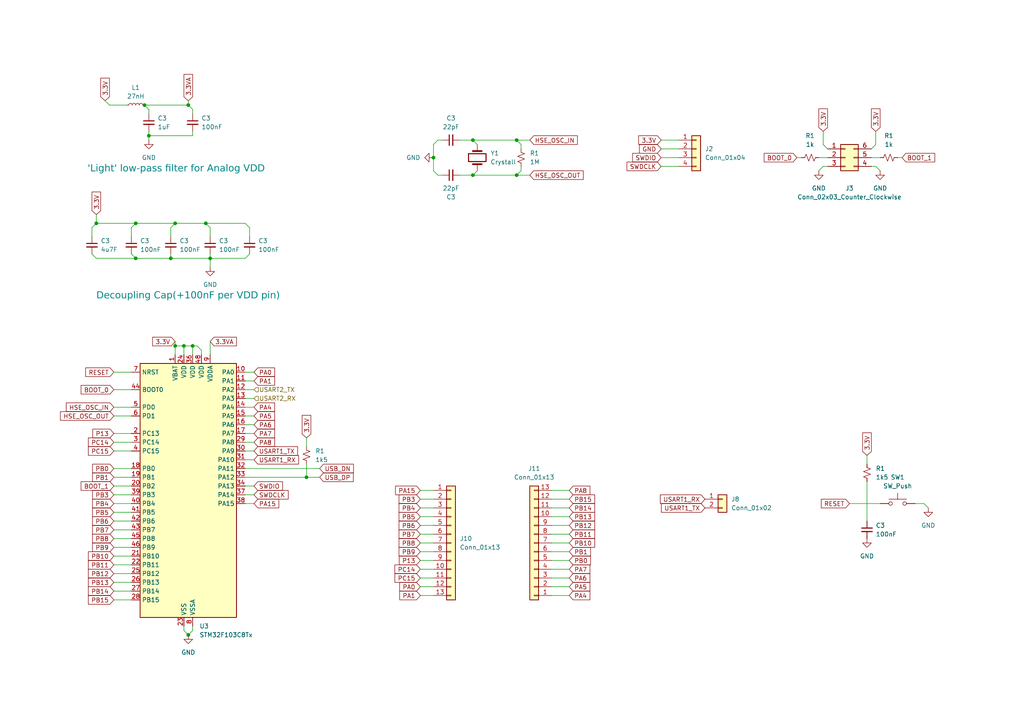
<source format=kicad_sch>
(kicad_sch (version 20230121) (generator eeschema)
  (paper "A4")
  (lib_symbols
    (symbol "Connector_Generic:Conn_01x02" (pin_names (offset 1.016) hide)
      (property "Reference" "J" (at 0 2.54 0))
      (property "Value" "Conn_01x02" (at 0 -5.08 0))
      (symbol "Conn_01x02_1_1"
        (rectangle (start -1.27 -2.413) (end 0 -2.667) (stroke (width 0.1524)))
        (rectangle (start -1.27 0.127) (end 0 -0.127) (stroke (width 0.1524)))
        (rectangle (start -1.27 1.27) (end 1.27 -3.81) (stroke (width 0.254)) (fill (type background)))
        (pin passive line (at -5.08 0 0) (length 3.81) (name "Pin_1") (number "1"))
        (pin passive line (at -5.08 -2.54 0) (length 3.81) (name "Pin_2") (number "2"))
      )
    )
    (symbol "Connector_Generic:Conn_01x04" (pin_names (offset 1.016) hide)
      (property "Reference" "J" (at 0 5.08 0))
      (property "Value" "Conn_01x04" (at 0 -7.62 0))
      (symbol "Conn_01x04_1_1"
        (rectangle (start -1.27 -4.953) (end 0 -5.207) (stroke (width 0.1524)))
        (rectangle (start -1.27 -2.413) (end 0 -2.667) (stroke (width 0.1524)))
        (rectangle (start -1.27 0.127) (end 0 -0.127) (stroke (width 0.1524)))
        (rectangle (start -1.27 2.667) (end 0 2.413) (stroke (width 0.1524)))
        (rectangle (start -1.27 3.81) (end 1.27 -6.35) (stroke (width 0.254)) (fill (type background)))
        (pin passive line (at -5.08 2.54 0) (length 3.81) (name "Pin_1") (number "1"))
        (pin passive line (at -5.08 0 0) (length 3.81) (name "Pin_2") (number "2"))
        (pin passive line (at -5.08 -2.54 0) (length 3.81) (name "Pin_3") (number "3"))
        (pin passive line (at -5.08 -5.08 0) (length 3.81) (name "Pin_4") (number "4"))
      )
    )
    (symbol "Connector_Generic:Conn_01x13" (pin_names (offset 1.016) hide)
      (property "Reference" "J" (at 0 17.78 0))
      (property "Value" "Conn_01x13" (at 0 -17.78 0))
      (symbol "Conn_01x13_1_1"
        (rectangle (start -1.27 -15.113) (end 0 -15.367) (stroke (width 0.1524)))
        (rectangle (start -1.27 -12.573) (end 0 -12.827) (stroke (width 0.1524)))
        (rectangle (start -1.27 -10.033) (end 0 -10.287) (stroke (width 0.1524)))
        (rectangle (start -1.27 -7.493) (end 0 -7.747) (stroke (width 0.1524)))
        (rectangle (start -1.27 -4.953) (end 0 -5.207) (stroke (width 0.1524)))
        (rectangle (start -1.27 -2.413) (end 0 -2.667) (stroke (width 0.1524)))
        (rectangle (start -1.27 0.127) (end 0 -0.127) (stroke (width 0.1524)))
        (rectangle (start -1.27 2.667) (end 0 2.413) (stroke (width 0.1524)))
        (rectangle (start -1.27 5.207) (end 0 4.953) (stroke (width 0.1524)))
        (rectangle (start -1.27 7.747) (end 0 7.493) (stroke (width 0.1524)))
        (rectangle (start -1.27 10.287) (end 0 10.033) (stroke (width 0.1524)))
        (rectangle (start -1.27 12.827) (end 0 12.573) (stroke (width 0.1524)))
        (rectangle (start -1.27 15.367) (end 0 15.113) (stroke (width 0.1524)))
        (rectangle (start -1.27 16.51) (end 1.27 -16.51) (stroke (width 0.254)) (fill (type background)))
        (pin passive line (at -5.08 15.24 0) (length 3.81) (name "Pin_1") (number "1"))
        (pin passive line (at -5.08 -7.62 0) (length 3.81) (name "Pin_10") (number "10"))
        (pin passive line (at -5.08 -10.16 0) (length 3.81) (name "Pin_11") (number "11"))
        (pin passive line (at -5.08 -12.7 0) (length 3.81) (name "Pin_12") (number "12"))
        (pin passive line (at -5.08 -15.24 0) (length 3.81) (name "Pin_13") (number "13"))
        (pin passive line (at -5.08 12.7 0) (length 3.81) (name "Pin_2") (number "2"))
        (pin passive line (at -5.08 10.16 0) (length 3.81) (name "Pin_3") (number "3"))
        (pin passive line (at -5.08 7.62 0) (length 3.81) (name "Pin_4") (number "4"))
        (pin passive line (at -5.08 5.08 0) (length 3.81) (name "Pin_5") (number "5"))
        (pin passive line (at -5.08 2.54 0) (length 3.81) (name "Pin_6") (number "6"))
        (pin passive line (at -5.08 0 0) (length 3.81) (name "Pin_7") (number "7"))
        (pin passive line (at -5.08 -2.54 0) (length 3.81) (name "Pin_8") (number "8"))
        (pin passive line (at -5.08 -5.08 0) (length 3.81) (name "Pin_9") (number "9"))
      )
    )
    (symbol "Connector_Generic:Conn_02x03_Counter_Clockwise" (pin_names (offset 1.016) hide)
      (property "Reference" "J" (at 1.27 5.08 0))
      (property "Value" "Conn_02x03_Counter_Clockwise" (at 1.27 -5.08 0))
      (symbol "Conn_02x03_Counter_Clockwise_1_1"
        (rectangle (start -1.27 -2.413) (end 0 -2.667) (stroke (width 0.1524)))
        (rectangle (start -1.27 0.127) (end 0 -0.127) (stroke (width 0.1524)))
        (rectangle (start -1.27 2.667) (end 0 2.413) (stroke (width 0.1524)))
        (rectangle (start -1.27 3.81) (end 3.81 -3.81) (stroke (width 0.254)) (fill (type background)))
        (rectangle (start 3.81 -2.413) (end 2.54 -2.667) (stroke (width 0.1524)))
        (rectangle (start 3.81 0.127) (end 2.54 -0.127) (stroke (width 0.1524)))
        (rectangle (start 3.81 2.667) (end 2.54 2.413) (stroke (width 0.1524)))
        (pin passive line (at -5.08 2.54 0) (length 3.81) (name "Pin_1") (number "1"))
        (pin passive line (at -5.08 0 0) (length 3.81) (name "Pin_2") (number "2"))
        (pin passive line (at -5.08 -2.54 0) (length 3.81) (name "Pin_3") (number "3"))
        (pin passive line (at 7.62 -2.54 180) (length 3.81) (name "Pin_4") (number "4"))
        (pin passive line (at 7.62 0 180) (length 3.81) (name "Pin_5") (number "5"))
        (pin passive line (at 7.62 2.54 180) (length 3.81) (name "Pin_6") (number "6"))
      )
    )
    (symbol "Device:C_Small" (pin_numbers hide) (pin_names (offset 0.254) hide)
      (property "Reference" "C" (at 0.254 1.778 0))
      (property "Value" "C_Small" (at 0.254 -2.032 0))
      (symbol "C_Small_0_1"
        (polyline (pts (xy -1.524 -0.508) (xy 1.524 -0.508)) (stroke (width 0.3302)))
        (polyline (pts (xy -1.524 0.508) (xy 1.524 0.508)) (stroke (width 0.3048)))
      )
      (symbol "C_Small_1_1"
        (pin passive line (at 0 2.54 270) (length 2.032) (name "~") (number "1"))
        (pin passive line (at 0 -2.54 90) (length 2.032) (name "~") (number "2"))
      )
    )
    (symbol "Device:Crystal" (pin_numbers hide) (pin_names (offset 1.016) hide)
      (property "Reference" "Y" (at 0 3.81 0))
      (property "Value" "Crystal" (at 0 -3.81 0))
      (symbol "Crystal_0_1"
        (rectangle (start -1.143 2.54) (end 1.143 -2.54) (stroke (width 0.3048)))
        (polyline (pts (xy -2.54 0) (xy -1.905 0)))
        (polyline (pts (xy -1.905 -1.27) (xy -1.905 1.27)) (stroke (width 0.508)))
        (polyline (pts (xy 1.905 -1.27) (xy 1.905 1.27)) (stroke (width 0.508)))
        (polyline (pts (xy 2.54 0) (xy 1.905 0)))
      )
      (symbol "Crystal_1_1"
        (pin passive line (at -3.81 0 0) (length 1.27) (name "1") (number "1"))
        (pin passive line (at 3.81 0 180) (length 1.27) (name "2") (number "2"))
      )
    )
    (symbol "Device:L_Small" (pin_numbers hide) (pin_names (offset 0.254) hide)
      (property "Reference" "L" (at 0.762 1.016 0))
      (property "Value" "L_Small" (at 0.762 -1.016 0))
      (symbol "L_Small_0_1"
        (arc (start 0 -2.032) (mid 0.5058 -1.524) (end 0 -1.016))
        (arc (start 0 -1.016) (mid 0.5058 -0.508) (end 0 0))
        (arc (start 0 0) (mid 0.5058 0.508) (end 0 1.016))
        (arc (start 0 1.016) (mid 0.5058 1.524) (end 0 2.032))
      )
      (symbol "L_Small_1_1"
        (pin passive line (at 0 2.54 270) (length 0.508) (name "~") (number "1"))
        (pin passive line (at 0 -2.54 90) (length 0.508) (name "~") (number "2"))
      )
    )
    (symbol "Device:R_Small_US" (pin_numbers hide) (pin_names (offset 0.254) hide)
      (property "Reference" "R" (at 0.762 0.508 0))
      (property "Value" "R_Small_US" (at 0.762 -1.016 0))
      (symbol "R_Small_US_1_1"
        (polyline (pts (xy 0 0) (xy 1.016 -0.381) (xy 0 -0.762) (xy -1.016 -1.143) (xy 0 -1.524)))
        (polyline (pts (xy 0 1.524) (xy 1.016 1.143) (xy 0 0.762) (xy -1.016 0.381) (xy 0 0)))
        (pin passive line (at 0 2.54 270) (length 1.016) (name "~") (number "1"))
        (pin passive line (at 0 -2.54 90) (length 1.016) (name "~") (number "2"))
      )
    )
    (symbol "MCU_ST_STM32F1:STM32F103C8Tx"
      (property "Reference" "U" (at -12.7 39.37 0))
      (property "Value" "STM32F103C8Tx" (at 10.16 39.37 0))
      (symbol "STM32F103C8Tx_0_1"
        (rectangle (start -12.7 -35.56) (end 15.24 38.1) (stroke (width 0.254)) (fill (type background)))
      )
      (symbol "STM32F103C8Tx_1_1"
        (pin power_in line (at -2.54 40.64 270) (length 2.54) (name "VBAT") (number "1"))
        (pin bidirectional line (at 17.78 35.56 180) (length 2.54) (name "PA0") (number "10"))
        (pin bidirectional line (at 17.78 33.02 180) (length 2.54) (name "PA1") (number "11"))
        (pin bidirectional line (at 17.78 30.48 180) (length 2.54) (name "PA2") (number "12"))
        (pin bidirectional line (at 17.78 27.94 180) (length 2.54) (name "PA3") (number "13"))
        (pin bidirectional line (at 17.78 25.4 180) (length 2.54) (name "PA4") (number "14"))
        (pin bidirectional line (at 17.78 22.86 180) (length 2.54) (name "PA5") (number "15"))
        (pin bidirectional line (at 17.78 20.32 180) (length 2.54) (name "PA6") (number "16"))
        (pin bidirectional line (at 17.78 17.78 180) (length 2.54) (name "PA7") (number "17"))
        (pin bidirectional line (at -15.24 7.62 0) (length 2.54) (name "PB0") (number "18"))
        (pin bidirectional line (at -15.24 5.08 0) (length 2.54) (name "PB1") (number "19"))
        (pin bidirectional line (at -15.24 17.78 0) (length 2.54) (name "PC13") (number "2"))
        (pin bidirectional line (at -15.24 2.54 0) (length 2.54) (name "PB2") (number "20"))
        (pin bidirectional line (at -15.24 -17.78 0) (length 2.54) (name "PB10") (number "21"))
        (pin bidirectional line (at -15.24 -20.32 0) (length 2.54) (name "PB11") (number "22"))
        (pin power_in line (at 0 -38.1 90) (length 2.54) (name "VSS") (number "23"))
        (pin power_in line (at 0 40.64 270) (length 2.54) (name "VDD") (number "24"))
        (pin bidirectional line (at -15.24 -22.86 0) (length 2.54) (name "PB12") (number "25"))
        (pin bidirectional line (at -15.24 -25.4 0) (length 2.54) (name "PB13") (number "26"))
        (pin bidirectional line (at -15.24 -27.94 0) (length 2.54) (name "PB14") (number "27"))
        (pin bidirectional line (at -15.24 -30.48 0) (length 2.54) (name "PB15") (number "28"))
        (pin bidirectional line (at 17.78 15.24 180) (length 2.54) (name "PA8") (number "29"))
        (pin bidirectional line (at -15.24 15.24 0) (length 2.54) (name "PC14") (number "3"))
        (pin bidirectional line (at 17.78 12.7 180) (length 2.54) (name "PA9") (number "30"))
        (pin bidirectional line (at 17.78 10.16 180) (length 2.54) (name "PA10") (number "31"))
        (pin bidirectional line (at 17.78 7.62 180) (length 2.54) (name "PA11") (number "32"))
        (pin bidirectional line (at 17.78 5.08 180) (length 2.54) (name "PA12") (number "33"))
        (pin bidirectional line (at 17.78 2.54 180) (length 2.54) (name "PA13") (number "34"))
        (pin passive line (at 0 -38.1 90) (length 2.54) hide (name "VSS") (number "35"))
        (pin power_in line (at 2.54 40.64 270) (length 2.54) (name "VDD") (number "36"))
        (pin bidirectional line (at 17.78 0 180) (length 2.54) (name "PA14") (number "37"))
        (pin bidirectional line (at 17.78 -2.54 180) (length 2.54) (name "PA15") (number "38"))
        (pin bidirectional line (at -15.24 0 0) (length 2.54) (name "PB3") (number "39"))
        (pin bidirectional line (at -15.24 12.7 0) (length 2.54) (name "PC15") (number "4"))
        (pin bidirectional line (at -15.24 -2.54 0) (length 2.54) (name "PB4") (number "40"))
        (pin bidirectional line (at -15.24 -5.08 0) (length 2.54) (name "PB5") (number "41"))
        (pin bidirectional line (at -15.24 -7.62 0) (length 2.54) (name "PB6") (number "42"))
        (pin bidirectional line (at -15.24 -10.16 0) (length 2.54) (name "PB7") (number "43"))
        (pin input line (at -15.24 30.48 0) (length 2.54) (name "BOOT0") (number "44"))
        (pin bidirectional line (at -15.24 -12.7 0) (length 2.54) (name "PB8") (number "45"))
        (pin bidirectional line (at -15.24 -15.24 0) (length 2.54) (name "PB9") (number "46"))
        (pin passive line (at 0 -38.1 90) (length 2.54) hide (name "VSS") (number "47"))
        (pin power_in line (at 5.08 40.64 270) (length 2.54) (name "VDD") (number "48"))
        (pin bidirectional line (at -15.24 25.4 0) (length 2.54) (name "PD0") (number "5"))
        (pin bidirectional line (at -15.24 22.86 0) (length 2.54) (name "PD1") (number "6"))
        (pin input line (at -15.24 35.56 0) (length 2.54) (name "NRST") (number "7"))
        (pin power_in line (at 2.54 -38.1 90) (length 2.54) (name "VSSA") (number "8"))
        (pin power_in line (at 7.62 40.64 270) (length 2.54) (name "VDDA") (number "9"))
      )
    )
    (symbol "Switch:SW_Push" (pin_numbers hide) (pin_names (offset 1.016) hide)
      (property "Reference" "SW" (at 1.27 2.54 0))
      (property "Value" "SW_Push" (at 0 -1.524 0))
      (symbol "SW_Push_0_1"
        (circle (center -2.032 0) (radius 0.508))
        (polyline (pts (xy 0 1.27) (xy 0 3.048)))
        (polyline (pts (xy 2.54 1.27) (xy -2.54 1.27)))
        (circle (center 2.032 0) (radius 0.508))
        (pin passive line (at -5.08 0 0) (length 2.54) (name "1") (number "1"))
        (pin passive line (at 5.08 0 180) (length 2.54) (name "2") (number "2"))
      )
    )
    (symbol "power:GND" (power) (pin_names (offset 0))
      (property "Value" "GND" (at 0 -3.81 0))
      (symbol "GND_0_1"
        (polyline (pts (xy 0 0) (xy 0 -1.27) (xy 1.27 -1.27) (xy 0 -2.54) (xy -1.27 -1.27) (xy 0 -1.27)))
      )
      (symbol "GND_1_1"
        (pin power_in line (at 0 0 270) (length 0) hide (name "GND") (number "1"))
      )
    )
  )
  (junction (at 149.86 50.8))
  (junction (at 39.37 64.77))
  (junction (at 149.86 40.64))
  (junction (at 59.69 64.77))
  (junction (at 50.8 64.77))
  (junction (at 50.8 100.33))
  (junction (at 27.94 64.77))
  (junction (at 55.88 100.33))
  (junction (at 49.53 74.93))
  (junction (at 88.9 138.43))
  (junction (at 39.37 74.93))
  (junction (at 43.18 39.37))
  (junction (at 137.16 40.64))
  (junction (at 53.34 100.33))
  (junction (at 41.91 30.48))
  (junction (at 60.96 74.93))
  (junction (at 54.61 30.48))
  (junction (at 137.16 50.8))
  (junction (at 54.61 184.15))
  (junction (at 125.73 45.72))
  (wire (pts (xy 160.02 167.64) (xy 165.1 167.64)))
  (wire (pts (xy 121.92 144.78) (xy 125.73 144.78)))
  (wire (pts (xy 121.92 172.72) (xy 125.73 172.72)))
  (wire (pts (xy 251.46 132.08) (xy 251.46 134.62)))
  (wire (pts (xy 30.48 29.21) (xy 31.75 30.48)))
  (wire (pts (xy 149.86 50.8) (xy 151.13 49.53)))
  (wire (pts (xy 138.43 41.91) (xy 137.16 40.64)))
  (wire (pts (xy 121.92 170.18) (xy 125.73 170.18)))
  (wire (pts (xy 121.92 162.56) (xy 125.73 162.56)))
  (wire (pts (xy 49.53 66.04) (xy 50.8 64.77)))
  (wire (pts (xy 33.02 148.59) (xy 38.1 148.59)))
  (wire (pts (xy 55.88 100.33) (xy 55.88 102.87)))
  (wire (pts (xy 160.02 144.78) (xy 165.1 144.78)))
  (wire (pts (xy 39.37 74.93) (xy 49.53 74.93)))
  (wire (pts (xy 53.34 100.33) (xy 53.34 102.87)))
  (wire (pts (xy 43.18 39.37) (xy 55.88 39.37)))
  (wire (pts (xy 160.02 154.94) (xy 165.1 154.94)))
  (wire (pts (xy 33.02 163.83) (xy 38.1 163.83)))
  (wire (pts (xy 252.73 45.72) (xy 255.27 45.72)))
  (wire (pts (xy 137.16 40.64) (xy 149.86 40.64)))
  (wire (pts (xy 50.8 100.33) (xy 53.34 100.33)))
  (wire (pts (xy 55.88 31.75) (xy 55.88 33.02)))
  (wire (pts (xy 133.35 40.64) (xy 137.16 40.64)))
  (wire (pts (xy 160.02 152.4) (xy 165.1 152.4)))
  (wire (pts (xy 33.02 153.67) (xy 38.1 153.67)))
  (wire (pts (xy 60.96 74.93) (xy 71.12 74.93)))
  (wire (pts (xy 88.9 127) (xy 88.9 129.54)))
  (wire (pts (xy 71.12 120.65) (xy 73.66 120.65)))
  (wire (pts (xy 71.12 110.49) (xy 73.66 110.49)))
  (wire (pts (xy 33.02 113.03) (xy 38.1 113.03)))
  (wire (pts (xy 251.46 139.7) (xy 251.46 151.13)))
  (wire (pts (xy 26.67 66.04) (xy 27.94 64.77)))
  (wire (pts (xy 151.13 41.91) (xy 151.13 43.18)))
  (wire (pts (xy 33.02 135.89) (xy 38.1 135.89)))
  (wire (pts (xy 38.1 66.04) (xy 39.37 64.77)))
  (wire (pts (xy 160.02 170.18) (xy 165.1 170.18)))
  (wire (pts (xy 33.02 140.97) (xy 38.1 140.97)))
  (wire (pts (xy 71.12 140.97) (xy 73.66 140.97)))
  (wire (pts (xy 54.61 29.21) (xy 54.61 30.48)))
  (wire (pts (xy 33.02 171.45) (xy 38.1 171.45)))
  (wire (pts (xy 125.73 45.72) (xy 125.73 49.53)))
  (wire (pts (xy 127 50.8) (xy 128.27 50.8)))
  (wire (pts (xy 71.12 107.95) (xy 73.66 107.95)))
  (wire (pts (xy 49.53 74.93) (xy 60.96 74.93)))
  (wire (pts (xy 88.9 138.43) (xy 92.71 138.43)))
  (wire (pts (xy 53.34 182.88) (xy 54.61 184.15)))
  (wire (pts (xy 58.42 101.6) (xy 57.15 100.33)))
  (wire (pts (xy 27.94 64.77) (xy 39.37 64.77)))
  (wire (pts (xy 58.42 101.6) (xy 58.42 102.87)))
  (wire (pts (xy 72.39 66.04) (xy 72.39 68.58)))
  (wire (pts (xy 71.12 115.57) (xy 73.66 115.57)))
  (wire (pts (xy 71.12 118.11) (xy 73.66 118.11)))
  (wire (pts (xy 38.1 66.04) (xy 38.1 68.58)))
  (wire (pts (xy 41.91 30.48) (xy 43.18 31.75)))
  (wire (pts (xy 238.76 48.26) (xy 240.03 48.26)))
  (wire (pts (xy 60.96 99.06) (xy 60.96 102.87)))
  (wire (pts (xy 252.73 48.26) (xy 254 48.26)))
  (wire (pts (xy 49.53 68.58) (xy 49.53 66.04)))
  (wire (pts (xy 43.18 39.37) (xy 43.18 40.64)))
  (wire (pts (xy 149.86 40.64) (xy 151.13 41.91)))
  (wire (pts (xy 133.35 50.8) (xy 137.16 50.8)))
  (wire (pts (xy 33.02 158.75) (xy 38.1 158.75)))
  (wire (pts (xy 121.92 157.48) (xy 125.73 157.48)))
  (wire (pts (xy 231.14 45.72) (xy 232.41 45.72)))
  (wire (pts (xy 60.96 74.93) (xy 60.96 77.47)))
  (wire (pts (xy 50.8 99.06) (xy 50.8 100.33)))
  (wire (pts (xy 60.96 68.58) (xy 60.96 66.04)))
  (wire (pts (xy 71.12 64.77) (xy 72.39 66.04)))
  (wire (pts (xy 246.38 146.05) (xy 255.27 146.05)))
  (wire (pts (xy 153.67 50.8) (xy 149.86 50.8)))
  (wire (pts (xy 33.02 118.11) (xy 38.1 118.11)))
  (wire (pts (xy 33.02 107.95) (xy 38.1 107.95)))
  (wire (pts (xy 33.02 156.21) (xy 38.1 156.21)))
  (wire (pts (xy 238.76 48.26) (xy 237.49 49.53)))
  (wire (pts (xy 71.12 143.51) (xy 73.66 143.51)))
  (wire (pts (xy 71.12 123.19) (xy 73.66 123.19)))
  (wire (pts (xy 254 41.91) (xy 252.73 43.18)))
  (wire (pts (xy 254 48.26) (xy 255.27 49.53)))
  (wire (pts (xy 191.77 43.18) (xy 196.85 43.18)))
  (wire (pts (xy 160.02 160.02) (xy 165.1 160.02)))
  (wire (pts (xy 127 40.64) (xy 125.73 41.91)))
  (wire (pts (xy 261.62 45.72) (xy 260.35 45.72)))
  (wire (pts (xy 71.12 125.73) (xy 73.66 125.73)))
  (wire (pts (xy 41.91 30.48) (xy 54.61 30.48)))
  (wire (pts (xy 160.02 157.48) (xy 165.1 157.48)))
  (wire (pts (xy 137.16 50.8) (xy 149.86 50.8)))
  (wire (pts (xy 71.12 146.05) (xy 73.66 146.05)))
  (wire (pts (xy 191.77 45.72) (xy 196.85 45.72)))
  (wire (pts (xy 60.96 66.04) (xy 59.69 64.77)))
  (wire (pts (xy 125.73 41.91) (xy 125.73 45.72)))
  (wire (pts (xy 160.02 172.72) (xy 165.1 172.72)))
  (wire (pts (xy 121.92 154.94) (xy 125.73 154.94)))
  (wire (pts (xy 33.02 138.43) (xy 38.1 138.43)))
  (wire (pts (xy 121.92 167.64) (xy 125.73 167.64)))
  (wire (pts (xy 33.02 130.81) (xy 38.1 130.81)))
  (wire (pts (xy 71.12 113.03) (xy 73.66 113.03)))
  (wire (pts (xy 238.76 41.91) (xy 240.03 43.18)))
  (wire (pts (xy 33.02 173.99) (xy 38.1 173.99)))
  (wire (pts (xy 237.49 45.72) (xy 240.03 45.72)))
  (wire (pts (xy 267.97 146.05) (xy 269.24 147.32)))
  (wire (pts (xy 71.12 130.81) (xy 73.66 130.81)))
  (wire (pts (xy 33.02 128.27) (xy 38.1 128.27)))
  (wire (pts (xy 254 38.1) (xy 254 41.91)))
  (wire (pts (xy 160.02 165.1) (xy 165.1 165.1)))
  (wire (pts (xy 121.92 147.32) (xy 125.73 147.32)))
  (wire (pts (xy 191.77 40.64) (xy 196.85 40.64)))
  (wire (pts (xy 125.73 49.53) (xy 127 50.8)))
  (wire (pts (xy 55.88 38.1) (xy 55.88 39.37)))
  (wire (pts (xy 121.92 165.1) (xy 125.73 165.1)))
  (wire (pts (xy 238.76 38.1) (xy 238.76 41.91)))
  (wire (pts (xy 151.13 48.26) (xy 151.13 49.53)))
  (wire (pts (xy 43.18 38.1) (xy 43.18 39.37)))
  (wire (pts (xy 160.02 147.32) (xy 165.1 147.32)))
  (wire (pts (xy 71.12 133.35) (xy 73.66 133.35)))
  (wire (pts (xy 33.02 168.91) (xy 38.1 168.91)))
  (wire (pts (xy 55.88 181.61) (xy 55.88 182.88)))
  (wire (pts (xy 43.18 31.75) (xy 43.18 33.02)))
  (wire (pts (xy 138.43 49.53) (xy 137.16 50.8)))
  (wire (pts (xy 50.8 100.33) (xy 50.8 102.87)))
  (wire (pts (xy 33.02 146.05) (xy 38.1 146.05)))
  (wire (pts (xy 38.1 73.66) (xy 39.37 74.93)))
  (wire (pts (xy 191.77 48.26) (xy 196.85 48.26)))
  (wire (pts (xy 27.94 62.23) (xy 27.94 64.77)))
  (wire (pts (xy 60.96 73.66) (xy 60.96 74.93)))
  (wire (pts (xy 71.12 74.93) (xy 72.39 73.66)))
  (wire (pts (xy 121.92 160.02) (xy 125.73 160.02)))
  (wire (pts (xy 54.61 30.48) (xy 55.88 31.75)))
  (wire (pts (xy 121.92 149.86) (xy 125.73 149.86)))
  (wire (pts (xy 160.02 162.56) (xy 165.1 162.56)))
  (wire (pts (xy 59.69 64.77) (xy 71.12 64.77)))
  (wire (pts (xy 88.9 134.62) (xy 88.9 138.43)))
  (wire (pts (xy 265.43 146.05) (xy 267.97 146.05)))
  (wire (pts (xy 121.92 142.24) (xy 125.73 142.24)))
  (wire (pts (xy 39.37 64.77) (xy 50.8 64.77)))
  (wire (pts (xy 26.67 66.04) (xy 26.67 68.58)))
  (wire (pts (xy 160.02 142.24) (xy 165.1 142.24)))
  (wire (pts (xy 55.88 100.33) (xy 57.15 100.33)))
  (wire (pts (xy 71.12 138.43) (xy 88.9 138.43)))
  (wire (pts (xy 33.02 125.73) (xy 38.1 125.73)))
  (wire (pts (xy 128.27 40.64) (xy 127 40.64)))
  (wire (pts (xy 49.53 73.66) (xy 49.53 74.93)))
  (wire (pts (xy 26.67 73.66) (xy 27.94 74.93)))
  (wire (pts (xy 33.02 151.13) (xy 38.1 151.13)))
  (wire (pts (xy 33.02 143.51) (xy 38.1 143.51)))
  (wire (pts (xy 53.34 100.33) (xy 55.88 100.33)))
  (wire (pts (xy 71.12 128.27) (xy 73.66 128.27)))
  (wire (pts (xy 33.02 120.65) (xy 38.1 120.65)))
  (wire (pts (xy 27.94 74.93) (xy 39.37 74.93)))
  (wire (pts (xy 121.92 152.4) (xy 125.73 152.4)))
  (wire (pts (xy 160.02 149.86) (xy 165.1 149.86)))
  (wire (pts (xy 55.88 182.88) (xy 54.61 184.15)))
  (wire (pts (xy 153.67 40.64) (xy 149.86 40.64)))
  (wire (pts (xy 71.12 135.89) (xy 92.71 135.89)))
  (wire (pts (xy 53.34 181.61) (xy 53.34 182.88)))
  (wire (pts (xy 50.8 64.77) (xy 59.69 64.77)))
  (wire (pts (xy 33.02 166.37) (xy 38.1 166.37)))
  (wire (pts (xy 33.02 161.29) (xy 38.1 161.29)))
  (wire (pts (xy 31.75 30.48) (xy 36.83 30.48)))
  (text "Decoupling Cap(+100nF per VDD pin)\n" (at 27.94 87.63 0) (effects (font (size 2 2)) (justify left bottom)))
  (text "'Light' low-pass filter for Analog VDD" (at 25.4 50.8 0) (effects (font (size 2 2)) (justify left bottom)))
  (global_label "PB11" (shape input) (at 33.02 163.83 180) (property "Intersheetrefs" "${INTERSHEET_REFS}" (effects hide)))
  (global_label "PB13" (shape input) (at 33.02 168.91 180) (property "Intersheetrefs" "${INTERSHEET_REFS}" (effects hide)))
  (global_label "HSE_OSC_IN" (shape input) (at 153.67 40.64 0) (property "Intersheetrefs" "${INTERSHEET_REFS}" (effects hide)))
  (global_label "PB7" (shape input) (at 33.02 153.67 180) (property "Intersheetrefs" "${INTERSHEET_REFS}" (effects hide)))
  (global_label "PA7" (shape input) (at 165.1 165.1 0) (property "Intersheetrefs" "${INTERSHEET_REFS}" (effects hide)))
  (global_label "PB1" (shape input) (at 165.1 160.02 0) (property "Intersheetrefs" "${INTERSHEET_REFS}" (effects hide)))
  (global_label "3.3V" (shape input) (at 88.9 127 90) (property "Intersheetrefs" "${INTERSHEET_REFS}" (effects hide)))
  (global_label "RESET" (shape input) (at 33.02 107.95 180) (property "Intersheetrefs" "${INTERSHEET_REFS}" (effects hide)))
  (global_label "PB15" (shape input) (at 33.02 173.99 180) (property "Intersheetrefs" "${INTERSHEET_REFS}" (effects hide)))
  (global_label "3.3V" (shape input) (at 50.8 99.06 180) (property "Intersheetrefs" "${INTERSHEET_REFS}" (effects hide)))
  (global_label "RESET" (shape input) (at 246.38 146.05 180) (property "Intersheetrefs" "${INTERSHEET_REFS}" (effects hide)))
  (global_label "SWDCLK" (shape input) (at 191.77 48.26 180) (property "Intersheetrefs" "${INTERSHEET_REFS}" (effects hide)))
  (global_label "BOOT_0" (shape input) (at 231.14 45.72 180) (property "Intersheetrefs" "${INTERSHEET_REFS}" (effects hide)))
  (global_label "PB14" (shape input) (at 165.1 147.32 0) (property "Intersheetrefs" "${INTERSHEET_REFS}" (effects hide)))
  (global_label "PB0" (shape input) (at 165.1 162.56 0) (property "Intersheetrefs" "${INTERSHEET_REFS}" (effects hide)))
  (global_label "PA0" (shape input) (at 73.66 107.95 0) (property "Intersheetrefs" "${INTERSHEET_REFS}" (effects hide)))
  (global_label "USART1_TX" (shape input) (at 73.66 130.81 0) (property "Intersheetrefs" "${INTERSHEET_REFS}" (effects hide)))
  (global_label "3.3V" (shape input) (at 27.94 62.23 90) (property "Intersheetrefs" "${INTERSHEET_REFS}" (effects hide)))
  (global_label "PB13" (shape input) (at 165.1 149.86 0) (property "Intersheetrefs" "${INTERSHEET_REFS}" (effects hide)))
  (global_label "SWDCLK" (shape input) (at 73.66 143.51 0) (property "Intersheetrefs" "${INTERSHEET_REFS}" (effects hide)))
  (global_label "PB5" (shape input) (at 33.02 148.59 180) (property "Intersheetrefs" "${INTERSHEET_REFS}" (effects hide)))
  (global_label "PA4" (shape input) (at 165.1 172.72 0) (property "Intersheetrefs" "${INTERSHEET_REFS}" (effects hide)))
  (global_label "PC14" (shape input) (at 121.92 165.1 180) (property "Intersheetrefs" "${INTERSHEET_REFS}" (effects hide)))
  (global_label "PA8" (shape input) (at 165.1 142.24 0) (property "Intersheetrefs" "${INTERSHEET_REFS}" (effects hide)))
  (global_label "3.3V" (shape input) (at 254 38.1 90) (property "Intersheetrefs" "${INTERSHEET_REFS}" (effects hide)))
  (global_label "PB5" (shape input) (at 121.92 149.86 180) (property "Intersheetrefs" "${INTERSHEET_REFS}" (effects hide)))
  (global_label "PA0" (shape input) (at 121.92 170.18 180) (property "Intersheetrefs" "${INTERSHEET_REFS}" (effects hide)))
  (global_label "PB4" (shape input) (at 121.92 147.32 180) (property "Intersheetrefs" "${INTERSHEET_REFS}" (effects hide)))
  (global_label "GND" (shape input) (at 191.77 43.18 180) (property "Intersheetrefs" "${INTERSHEET_REFS}" (effects hide)))
  (global_label "PA1" (shape input) (at 121.92 172.72 180) (property "Intersheetrefs" "${INTERSHEET_REFS}" (effects hide)))
  (global_label "PC14" (shape input) (at 33.02 128.27 180) (property "Intersheetrefs" "${INTERSHEET_REFS}" (effects hide)))
  (global_label "PA6" (shape input) (at 165.1 167.64 0) (property "Intersheetrefs" "${INTERSHEET_REFS}" (effects hide)))
  (global_label "PC15" (shape input) (at 121.92 167.64 180) (property "Intersheetrefs" "${INTERSHEET_REFS}" (effects hide)))
  (global_label "PB0" (shape input) (at 33.02 135.89 180) (property "Intersheetrefs" "${INTERSHEET_REFS}" (effects hide)))
  (global_label "PA15" (shape input) (at 73.66 146.05 0) (property "Intersheetrefs" "${INTERSHEET_REFS}" (effects hide)))
  (global_label "PB8" (shape input) (at 121.92 157.48 180) (property "Intersheetrefs" "${INTERSHEET_REFS}" (effects hide)))
  (global_label "PB3" (shape input) (at 121.92 144.78 180) (property "Intersheetrefs" "${INTERSHEET_REFS}" (effects hide)))
  (global_label "P13" (shape input) (at 33.02 125.73 180) (property "Intersheetrefs" "${INTERSHEET_REFS}" (effects hide)))
  (global_label "PB9" (shape input) (at 121.92 160.02 180) (property "Intersheetrefs" "${INTERSHEET_REFS}" (effects hide)))
  (global_label "PA1" (shape input) (at 73.66 110.49 0) (property "Intersheetrefs" "${INTERSHEET_REFS}" (effects hide)))
  (global_label "PA6" (shape input) (at 73.66 123.19 0) (property "Intersheetrefs" "${INTERSHEET_REFS}" (effects hide)))
  (global_label "3.3VA" (shape input) (at 54.61 29.21 90) (property "Intersheetrefs" "${INTERSHEET_REFS}" (effects hide)))
  (global_label "PB8" (shape input) (at 33.02 156.21 180) (property "Intersheetrefs" "${INTERSHEET_REFS}" (effects hide)))
  (global_label "PB10" (shape input) (at 33.02 161.29 180) (property "Intersheetrefs" "${INTERSHEET_REFS}" (effects hide)))
  (global_label "HSE_OSC_IN" (shape input) (at 33.02 118.11 180) (property "Intersheetrefs" "${INTERSHEET_REFS}" (effects hide)))
  (global_label "PB1" (shape input) (at 33.02 138.43 180) (property "Intersheetrefs" "${INTERSHEET_REFS}" (effects hide)))
  (global_label "BOOT_1" (shape input) (at 33.02 140.97 180) (property "Intersheetrefs" "${INTERSHEET_REFS}" (effects hide)))
  (global_label "PA7" (shape input) (at 73.66 125.73 0) (property "Intersheetrefs" "${INTERSHEET_REFS}" (effects hide)))
  (global_label "PB11" (shape input) (at 165.1 154.94 0) (property "Intersheetrefs" "${INTERSHEET_REFS}" (effects hide)))
  (global_label "USART1_RX" (shape input) (at 73.66 133.35 0) (property "Intersheetrefs" "${INTERSHEET_REFS}" (effects hide)))
  (global_label "PB6" (shape input) (at 121.92 152.4 180) (property "Intersheetrefs" "${INTERSHEET_REFS}" (effects hide)))
  (global_label "PB4" (shape input) (at 33.02 146.05 180) (property "Intersheetrefs" "${INTERSHEET_REFS}" (effects hide)))
  (global_label "3.3V" (shape input) (at 191.77 40.64 180) (property "Intersheetrefs" "${INTERSHEET_REFS}" (effects hide)))
  (global_label "BOOT_1" (shape input) (at 261.62 45.72 0) (property "Intersheetrefs" "${INTERSHEET_REFS}" (effects hide)))
  (global_label "PB10" (shape input) (at 165.1 157.48 0) (property "Intersheetrefs" "${INTERSHEET_REFS}" (effects hide)))
  (global_label "HSE_OSC_OUT" (shape input) (at 153.67 50.8 0) (property "Intersheetrefs" "${INTERSHEET_REFS}" (effects hide)))
  (global_label "USB_DN" (shape input) (at 92.71 135.89 0) (property "Intersheetrefs" "${INTERSHEET_REFS}" (effects hide)))
  (global_label "3.3V" (shape input) (at 30.48 29.21 90) (property "Intersheetrefs" "${INTERSHEET_REFS}" (effects hide)))
  (global_label "PB7" (shape input) (at 121.92 154.94 180) (property "Intersheetrefs" "${INTERSHEET_REFS}" (effects hide)))
  (global_label "SWDIO" (shape input) (at 191.77 45.72 180) (property "Intersheetrefs" "${INTERSHEET_REFS}" (effects hide)))
  (global_label "PB14" (shape input) (at 33.02 171.45 180) (property "Intersheetrefs" "${INTERSHEET_REFS}" (effects hide)))
  (global_label "3.3V" (shape input) (at 238.76 38.1 90) (property "Intersheetrefs" "${INTERSHEET_REFS}" (effects hide)))
  (global_label "BOOT_0" (shape input) (at 33.02 113.03 180) (property "Intersheetrefs" "${INTERSHEET_REFS}" (effects hide)))
  (global_label "HSE_OSC_OUT" (shape input) (at 33.02 120.65 180) (property "Intersheetrefs" "${INTERSHEET_REFS}" (effects hide)))
  (global_label "PA5" (shape input) (at 73.66 120.65 0) (property "Intersheetrefs" "${INTERSHEET_REFS}" (effects hide)))
  (global_label "PB12" (shape input) (at 33.02 166.37 180) (property "Intersheetrefs" "${INTERSHEET_REFS}" (effects hide)))
  (global_label "PA15" (shape input) (at 121.92 142.24 180) (property "Intersheetrefs" "${INTERSHEET_REFS}" (effects hide)))
  (global_label "PC15" (shape input) (at 33.02 130.81 180) (property "Intersheetrefs" "${INTERSHEET_REFS}" (effects hide)))
  (global_label "USART1_TX" (shape input) (at 204.47 147.32 180) (property "Intersheetrefs" "${INTERSHEET_REFS}" (effects hide)))
  (global_label "PB3" (shape input) (at 33.02 143.51 180) (property "Intersheetrefs" "${INTERSHEET_REFS}" (effects hide)))
  (global_label "PB15" (shape input) (at 165.1 144.78 0) (property "Intersheetrefs" "${INTERSHEET_REFS}" (effects hide)))
  (global_label "PA8" (shape input) (at 73.66 128.27 0) (property "Intersheetrefs" "${INTERSHEET_REFS}" (effects hide)))
  (global_label "PB6" (shape input) (at 33.02 151.13 180) (property "Intersheetrefs" "${INTERSHEET_REFS}" (effects hide)))
  (global_label "USB_DP" (shape input) (at 92.71 138.43 0) (property "Intersheetrefs" "${INTERSHEET_REFS}" (effects hide)))
  (global_label "PA4" (shape input) (at 73.66 118.11 0) (property "Intersheetrefs" "${INTERSHEET_REFS}" (effects hide)))
  (global_label "PB9" (shape input) (at 33.02 158.75 180) (property "Intersheetrefs" "${INTERSHEET_REFS}" (effects hide)))
  (global_label "USART1_RX" (shape input) (at 204.47 144.78 180) (property "Intersheetrefs" "${INTERSHEET_REFS}" (effects hide)))
  (global_label "3.3VA" (shape input) (at 60.96 99.06 0) (property "Intersheetrefs" "${INTERSHEET_REFS}" (effects hide)))
  (global_label "PB12" (shape input) (at 165.1 152.4 0) (property "Intersheetrefs" "${INTERSHEET_REFS}" (effects hide)))
  (global_label "P13" (shape input) (at 121.92 162.56 180) (property "Intersheetrefs" "${INTERSHEET_REFS}" (effects hide)))
  (global_label "3.3V" (shape input) (at 251.46 132.08 90) (property "Intersheetrefs" "${INTERSHEET_REFS}" (effects hide)))
  (global_label "PA5" (shape input) (at 165.1 170.18 0) (property "Intersheetrefs" "${INTERSHEET_REFS}" (effects hide)))
  (global_label "SWDIO" (shape input) (at 73.66 140.97 0) (property "Intersheetrefs" "${INTERSHEET_REFS}" (effects hide)))
  (hierarchical_label "USART2_RX" (shape input) (at 73.66 115.57 0))
  (hierarchical_label "USART2_TX" (shape input) (at 73.66 113.03 0))
  (symbol (lib_id "Device:R_Small_US") (at 88.9 132.08 180) (unit 1)
    (property "Reference" "R1" (at 91.44 130.81 0) (effects (justify right)))
    (property "Value" "1k5" (at 91.44 133.35 0) (effects (justify right)))
    (property "Footprint" "Resistor_SMD:R_0603_1608Metric_Pad0.98x0.95mm_HandSolder" (effects hide))
    (instances (project "LoRa_MuPr-VAF4751" (path "" (reference "R1") (unit 1)) (path "" (reference "R13") (unit 1))) (project "LoRa_MuPr-VAF4751_L" (path "" (reference "R4") (unit 1))))
  )
  (symbol (lib_id "Connector_Generic:Conn_01x13") (at 130.81 157.48 0) (unit 1)
    (property "Reference" "J10" (at 133.35 156.21 0) (effects (justify left)))
    (property "Value" "Conn_01x13" (at 133.35 158.75 0) (effects (justify left)))
    (property "Footprint" "Connector_PinHeader_2.00mm:PinHeader_1x13_P2.00mm_Vertical" (effects hide))
    (instances (project "LoRa_MuPr-VAF4751" (path "" (reference "J10") (unit 1))) (project "LoRa_MuPr-VAF4751_L" (path "" (reference "J6") (unit 1))))
  )
  (symbol (lib_id "Device:C_Small") (at 55.88 35.56 0) (unit 1)
    (property "Reference" "C3" (at 58.42 34.2963 0) (effects (justify left)))
    (property "Value" "100nF" (at 58.42 36.8363 0) (effects (justify left)))
    (property "Footprint" "Capacitor_SMD:C_0603_1608Metric_Pad1.08x0.95mm_HandSolder" (effects hide))
    (instances (project "LoRa_MuPr-VAF4751" (path "" (reference "C3") (unit 1)) (path "" (reference "C20") (unit 1))) (project "LoRa_MuPr-VAF4751_L" (path "" (reference "C7") (unit 1))))
  )
  (symbol (lib_id "power:GND") (at 237.49 49.53 0) (unit 1)
    (property "Reference" "#PWR012" (effects hide))
    (property "Value" "GND" (at 237.49 54.61 0))
    (instances (project "LoRa_MuPr-VAF4751" (path "" (reference "#PWR012") (unit 1))) (project "LoRa_MuPr-VAF4751_L" (path "" (reference "#PWR021") (unit 1))))
  )
  (symbol (lib_id "Switch:SW_Push") (at 260.35 146.05 0) (unit 1)
    (property "Reference" "SW1" (at 260.35 138.43 0))
    (property "Value" "SW_Push" (at 260.35 140.97 0))
    (property "Footprint" "Button_Switch_SMD:SW_SPST_B3U-1000P" (effects hide))
  )
  (symbol (lib_id "Device:C_Small") (at 130.81 50.8 90) (unit 1)
    (property "Reference" "C3" (at 130.81 57.15 90))
    (property "Value" "22pF" (at 130.81 54.61 90))
    (property "Footprint" "Capacitor_SMD:C_0603_1608Metric_Pad1.08x0.95mm_HandSolder" (effects hide))
    (instances (project "LoRa_MuPr-VAF4751" (path "" (reference "C3") (unit 1)) (path "" (reference "C18") (unit 1))) (project "LoRa_MuPr-VAF4751_L" (path "" (reference "C8") (unit 1))))
  )
  (symbol (lib_id "Device:R_Small_US") (at 257.81 45.72 90) (unit 1)
    (property "Reference" "R1" (at 257.81 39.37 90))
    (property "Value" "1k" (at 257.81 41.91 90))
    (property "Footprint" "Resistor_SMD:R_0603_1608Metric_Pad0.98x0.95mm_HandSolder" (effects hide))
    (instances (project "LoRa_MuPr-VAF4751" (path "" (reference "R1") (unit 1)) (path "" (reference "R10") (unit 1))) (project "LoRa_MuPr-VAF4751_L" (path "" (reference "R6") (unit 1))))
  )
  (symbol (lib_id "power:GND") (at 255.27 49.53 0) (unit 1)
    (property "Reference" "#PWR011" (effects hide))
    (property "Value" "GND" (at 255.27 54.61 0))
    (instances (project "LoRa_MuPr-VAF4751" (path "" (reference "#PWR011") (unit 1))) (project "LoRa_MuPr-VAF4751_L" (path "" (reference "#PWR022") (unit 1))))
  )
  (symbol (lib_id "Device:L_Small") (at 39.37 30.48 90) (unit 1)
    (property "Reference" "L1" (at 39.37 25.4 90))
    (property "Value" "27nH" (at 39.37 27.94 90))
    (property "Footprint" "Inductor_SMD:L_0603_1608Metric" (effects hide))
  )
  (symbol (lib_id "Device:C_Small") (at 26.67 71.12 0) (unit 1)
    (property "Reference" "C3" (at 29.21 69.8563 0) (effects (justify left)))
    (property "Value" "4u7F" (at 29.21 72.3963 0) (effects (justify left)))
    (property "Footprint" "Capacitor_SMD:C_0603_1608Metric_Pad1.08x0.95mm_HandSolder" (effects hide))
    (instances (project "LoRa_MuPr-VAF4751" (path "" (reference "C3") (unit 1)) (path "" (reference "C21") (unit 1))) (project "LoRa_MuPr-VAF4751_L" (path "" (reference "C9") (unit 1))))
  )
  (symbol (lib_id "Connector_Generic:Conn_01x02") (at 209.55 144.78 0) (unit 1)
    (property "Reference" "J8" (at 212.09 144.78 0) (effects (justify left)))
    (property "Value" "Conn_01x02" (at 212.09 147.32 0) (effects (justify left)))
    (property "Footprint" "Connector_PinHeader_2.00mm:PinHeader_1x02_P2.00mm_Vertical" (effects hide))
    (property "Datasheet" "  (effects (font (size 1.27 1.27)) (justify left))" (effects hide))
  )
  (symbol (lib_id "Device:R_Small_US") (at 234.95 45.72 90) (unit 1)
    (property "Reference" "R1" (at 234.95 39.37 90))
    (property "Value" "1k" (at 234.95 41.91 90))
    (property "Footprint" "Resistor_SMD:R_0603_1608Metric_Pad0.98x0.95mm_HandSolder" (effects hide))
    (instances (project "LoRa_MuPr-VAF4751" (path "" (reference "R1") (unit 1)) (path "" (reference "R11") (unit 1))) (project "LoRa_MuPr-VAF4751_L" (path "" (reference "R5") (unit 1))))
  )
  (symbol (lib_id "Device:C_Small") (at 43.18 35.56 0) (unit 1)
    (property "Reference" "C3" (at 45.72 34.2963 0) (effects (justify left)))
    (property "Value" "1uF" (at 45.72 36.8363 0) (effects (justify left)))
    (property "Footprint" "Capacitor_SMD:C_0603_1608Metric_Pad1.08x0.95mm_HandSolder" (effects hide))
    (instances (project "LoRa_MuPr-VAF4751" (path "" (reference "C3") (unit 1)) (path "" (reference "C19") (unit 1))) (project "LoRa_MuPr-VAF4751_L" (path "" (reference "C6") (unit 1))))
  )
  (symbol (lib_id "Device:Crystal") (at 138.43 45.72 90) (unit 1)
    (property "Reference" "Y1" (at 142.24 44.45 90) (effects (justify right)))
    (property "Value" "Crystall" (at 142.24 46.99 90) (effects (justify right)))
    (property "Footprint" "Crystal:Crystal_SMD_HC49-SD" (effects hide))
  )
  (symbol (lib_id "Connector_Generic:Conn_01x04") (at 201.93 43.18 0) (unit 1)
    (property "Reference" "J2" (at 204.47 43.18 0) (effects (justify left)))
    (property "Value" "Conn_01x04" (at 204.47 45.72 0) (effects (justify left)))
    (property "Footprint" "Connector_PinHeader_2.00mm:PinHeader_1x04_P2.00mm_Vertical" (effects hide))
    (instances (project "LoRa_MuPr-VAF4751" (path "" (reference "J2") (unit 1))) (project "LoRa_MuPr-VAF4751_L" (path "" (reference "J4") (unit 1))))
  )
  (symbol (lib_id "MCU_ST_STM32F1:STM32F103C8Tx") (at 53.34 143.51 0) (unit 1)
    (property "Reference" "U3" (at 57.8359 181.61 0) (effects (justify left)))
    (property "Value" "STM32F103C8Tx" (at 57.8359 184.15 0) (effects (justify left)))
    (property "Footprint" "Package_QFP:LQFP-48_7x7mm_P0.5mm" (effects hide))
    (property "Datasheet" "https://www.st.com/resource/en/datasheet/stm32f103c8.pdf" (effects hide))
    (instances (project "LoRa_MuPr-VAF4751" (path "" (reference "U3") (unit 1))) (project "LoRa_MuPr-VAF4751_L" (path "" (reference "U4") (unit 1))))
  )
  (symbol (lib_id "Device:C_Small") (at 38.1 71.12 0) (unit 1)
    (property "Reference" "C3" (at 40.64 69.8563 0) (effects (justify left)))
    (property "Value" "100nF" (at 40.64 72.3963 0) (effects (justify left)))
    (property "Footprint" "Capacitor_SMD:C_0603_1608Metric_Pad1.08x0.95mm_HandSolder" (effects hide))
    (instances (project "LoRa_MuPr-VAF4751" (path "" (reference "C3") (unit 1)) (path "" (reference "C13") (unit 1))) (project "LoRa_MuPr-VAF4751_L" (path "" (reference "C10") (unit 1))))
  )
  (symbol (lib_id "Device:R_Small_US") (at 251.46 137.16 180) (unit 1)
    (property "Reference" "R1" (at 254 135.89 0) (effects (justify right)))
    (property "Value" "1k5" (at 254 138.43 0) (effects (justify right)))
    (property "Footprint" "Resistor_SMD:R_0603_1608Metric_Pad0.98x0.95mm_HandSolder" (effects hide))
    (instances (project "LoRa_MuPr-VAF4751" (path "" (reference "R1") (unit 1)) (path "" (reference "R14") (unit 1))) (project "LoRa_MuPr-VAF4751_L" (path "" (reference "R7") (unit 1))))
  )
  (symbol (lib_id "power:GND") (at 54.61 184.15 0) (unit 1)
    (property "Reference" "#PWR07" (effects hide))
    (property "Value" "GND" (at 54.61 189.23 0))
    (instances (project "LoRa_MuPr-VAF4751" (path "" (reference "#PWR07") (unit 1))) (project "LoRa_MuPr-VAF4751_L" (path "" (reference "#PWR023") (unit 1))))
  )
  (symbol (lib_id "power:GND") (at 251.46 156.21 0) (unit 1)
    (property "Reference" "#PWR016" (effects hide))
    (property "Value" "GND" (at 251.46 161.29 0))
    (instances (project "LoRa_MuPr-VAF4751" (path "" (reference "#PWR016") (unit 1))) (project "LoRa_MuPr-VAF4751_L" (path "" (reference "#PWR025") (unit 1))))
  )
  (symbol (lib_id "power:GND") (at 125.73 45.72 270) (unit 1)
    (property "Reference" "#PWR09" (effects hide))
    (property "Value" "GND" (at 121.92 45.72 90) (effects (justify right)))
    (instances (project "LoRa_MuPr-VAF4751" (path "" (reference "#PWR09") (unit 1))) (project "LoRa_MuPr-VAF4751_L" (path "" (reference "#PWR018") (unit 1))))
  )
  (symbol (lib_id "Device:C_Small") (at 60.96 71.12 0) (unit 1)
    (property "Reference" "C3" (at 63.5 69.8563 0) (effects (justify left)))
    (property "Value" "100nF" (at 63.5 72.3963 0) (effects (justify left)))
    (property "Footprint" "Capacitor_SMD:C_0603_1608Metric_Pad1.08x0.95mm_HandSolder" (effects hide))
    (instances (project "LoRa_MuPr-VAF4751" (path "" (reference "C3") (unit 1)) (path "" (reference "C15") (unit 1))) (project "LoRa_MuPr-VAF4751_L" (path "" (reference "C12") (unit 1))))
  )
  (symbol (lib_id "Device:C_Small") (at 130.81 40.64 90) (unit 1)
    (property "Reference" "C3" (at 130.8163 34.29 90))
    (property "Value" "22pF" (at 130.8163 36.83 90))
    (property "Footprint" "Capacitor_SMD:C_0603_1608Metric_Pad1.08x0.95mm_HandSolder" (effects hide))
    (instances (project "LoRa_MuPr-VAF4751" (path "" (reference "C3") (unit 1)) (path "" (reference "C17") (unit 1))) (project "LoRa_MuPr-VAF4751_L" (path "" (reference "C5") (unit 1))))
  )
  (symbol (lib_id "Connector_Generic:Conn_02x03_Counter_Clockwise") (at 245.11 45.72 0) (unit 1)
    (property "Reference" "J3" (at 246.38 54.61 0))
    (property "Value" "Conn_02x03_Counter_Clockwise" (at 246.38 57.15 0))
    (property "Footprint" "Connector_PinHeader_2.54mm:PinHeader_2x03_P2.54mm_Vertical" (effects hide))
    (instances (project "LoRa_MuPr-VAF4751" (path "" (reference "J3") (unit 1))) (project "LoRa_MuPr-VAF4751_L" (path "" (reference "J5") (unit 1))))
  )
  (symbol (lib_id "power:GND") (at 269.24 147.32 0) (unit 1)
    (property "Reference" "#PWR015" (effects hide))
    (property "Value" "GND" (at 269.24 152.4 0))
    (instances (project "LoRa_MuPr-VAF4751" (path "" (reference "#PWR015") (unit 1))) (project "LoRa_MuPr-VAF4751_L" (path "" (reference "#PWR024") (unit 1))))
  )
  (symbol (lib_id "Device:C_Small") (at 49.53 71.12 0) (unit 1)
    (property "Reference" "C3" (at 52.07 69.8563 0) (effects (justify left)))
    (property "Value" "100nF" (at 52.07 72.3963 0) (effects (justify left)))
    (property "Footprint" "Capacitor_SMD:C_0603_1608Metric_Pad1.08x0.95mm_HandSolder" (effects hide))
    (instances (project "LoRa_MuPr-VAF4751" (path "" (reference "C3") (unit 1)) (path "" (reference "C14") (unit 1))) (project "LoRa_MuPr-VAF4751_L" (path "" (reference "C11") (unit 1))))
  )
  (symbol (lib_id "Device:C_Small") (at 72.39 71.12 0) (unit 1)
    (property "Reference" "C3" (at 74.93 69.8563 0) (effects (justify left)))
    (property "Value" "100nF" (at 74.93 72.3963 0) (effects (justify left)))
    (property "Footprint" "Capacitor_SMD:C_0603_1608Metric_Pad1.08x0.95mm_HandSolder" (effects hide))
    (instances (project "LoRa_MuPr-VAF4751" (path "" (reference "C3") (unit 1)) (path "" (reference "C16") (unit 1))) (project "LoRa_MuPr-VAF4751_L" (path "" (reference "C13") (unit 1))))
  )
  (symbol (lib_id "power:GND") (at 43.18 40.64 0) (unit 1)
    (property "Reference" "#PWR010" (effects hide))
    (property "Value" "GND" (at 43.18 45.72 0))
    (instances (project "LoRa_MuPr-VAF4751" (path "" (reference "#PWR010") (unit 1))) (project "LoRa_MuPr-VAF4751_L" (path "" (reference "#PWR019") (unit 1))))
  )
  (symbol (lib_id "Connector_Generic:Conn_01x13") (at 154.94 157.48 180) (unit 1)
    (property "Reference" "J11" (at 154.94 135.89 0))
    (property "Value" "Conn_01x13" (at 154.94 138.43 0))
    (property "Footprint" "Connector_PinHeader_2.00mm:PinHeader_1x13_P2.00mm_Vertical" (effects hide))
    (instances (project "LoRa_MuPr-VAF4751" (path "" (reference "J11") (unit 1))) (project "LoRa_MuPr-VAF4751_L" (path "" (reference "J7") (unit 1))))
  )
  (symbol (lib_id "power:GND") (at 60.96 77.47 0) (unit 1)
    (property "Reference" "#PWR08" (effects hide))
    (property "Value" "GND" (at 60.96 82.55 0))
    (instances (project "LoRa_MuPr-VAF4751" (path "" (reference "#PWR08") (unit 1))) (project "LoRa_MuPr-VAF4751_L" (path "" (reference "#PWR020") (unit 1))))
  )
  (symbol (lib_id "Device:C_Small") (at 251.46 153.67 0) (unit 1)
    (property "Reference" "C3" (at 254 152.4063 0) (effects (justify left)))
    (property "Value" "100nF" (at 254 154.9463 0) (effects (justify left)))
    (property "Footprint" "Capacitor_SMD:C_0603_1608Metric_Pad1.08x0.95mm_HandSolder" (effects hide))
    (instances (project "LoRa_MuPr-VAF4751" (path "" (reference "C3") (unit 1)) (path "" (reference "C22") (unit 1))) (project "LoRa_MuPr-VAF4751_L" (path "" (reference "C14") (unit 1))))
  )
  (symbol (lib_id "Device:R_Small_US") (at 151.13 45.72 0) (unit 1)
    (property "Reference" "R1" (at 153.67 44.45 0) (effects (justify left)))
    (property "Value" "1M" (at 153.67 46.99 0) (effects (justify left)))
    (property "Footprint" "Resistor_SMD:R_0603_1608Metric_Pad0.98x0.95mm_HandSolder" (effects hide))
    (instances (project "LoRa_MuPr-VAF4751" (path "" (reference "R1") (unit 1)) (path "" (reference "R9") (unit 1))) (project "LoRa_MuPr-VAF4751_L" (path "" (reference "R3") (unit 1))))
  )
)
</source>
